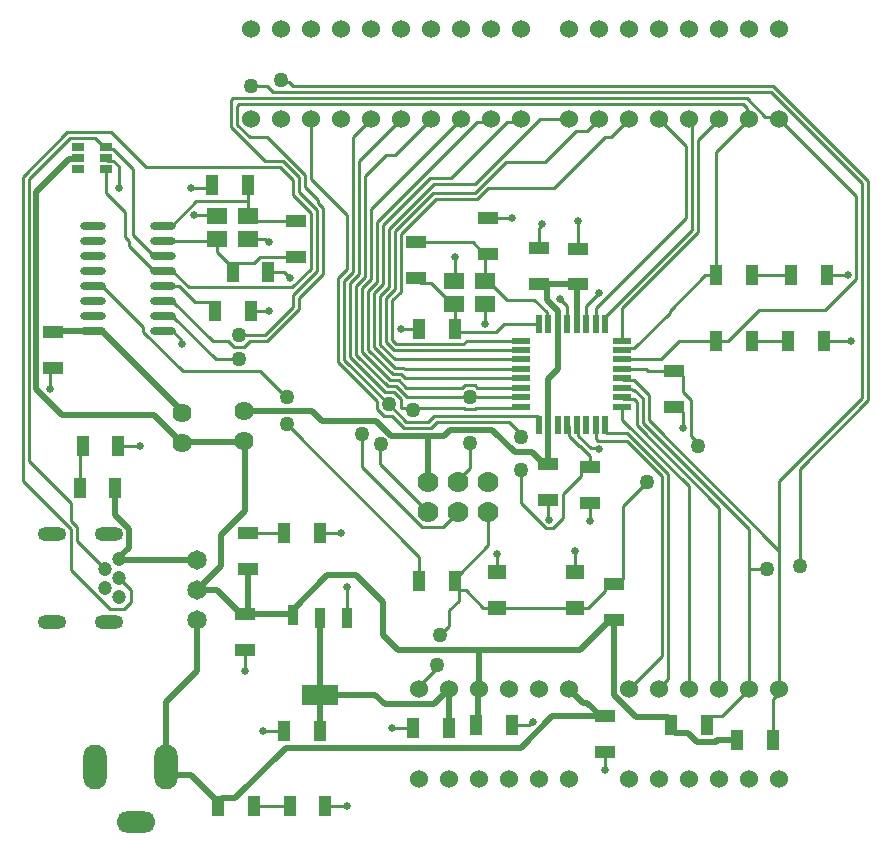
<source format=gtl>
G04*
G04 #@! TF.GenerationSoftware,Altium Limited,Altium Designer,23.9.2 (47)*
G04*
G04 Layer_Physical_Order=1*
G04 Layer_Color=255*
%FSLAX44Y44*%
%MOMM*%
G71*
G04*
G04 #@! TF.SameCoordinates,6B7264D5-F0A4-4F38-8353-537565517FE9*
G04*
G04*
G04 #@! TF.FilePolarity,Positive*
G04*
G01*
G75*
%ADD11C,0.5080*%
%ADD12C,0.2540*%
%ADD19R,1.1176X1.8034*%
%ADD20R,1.8034X1.1176*%
%ADD21R,1.5000X1.2000*%
%ADD22R,0.8382X1.7000*%
%ADD23R,3.0988X1.7000*%
%ADD24R,1.8000X1.4000*%
%ADD25R,0.5080X1.6500*%
%ADD26R,1.6500X0.5080*%
%ADD27O,2.2000X0.6096*%
%ADD28R,1.0000X0.7000*%
%ADD50C,1.7780*%
%ADD51C,1.5240*%
%ADD52C,1.6200*%
%ADD53C,1.6500*%
%ADD54O,2.4000X1.2000*%
%ADD55C,1.2000*%
%ADD56O,2.0000X3.8000*%
%ADD57O,3.3000X1.8000*%
%ADD58C,0.6350*%
%ADD59C,1.2700*%
D11*
X468620Y103886D02*
X509651D01*
X498229Y115308D02*
X509651Y103886D01*
X494292Y115308D02*
X498229D01*
X482600Y127000D02*
X494292Y115308D01*
X509651Y103886D02*
X513080D01*
X442077Y77343D02*
X468620Y103886D01*
X243260Y77343D02*
X442077D01*
X200334Y34417D02*
X243260Y77343D01*
X188722Y34417D02*
X200334D01*
X185674Y31369D02*
X188722Y34417D01*
X185674Y27940D02*
Y31369D01*
X405257Y97663D02*
Y125857D01*
X406400Y127000D01*
X404114Y96520D02*
X405257Y97663D01*
X406400Y160020D02*
X491617D01*
X337820D02*
X406400D01*
Y127000D02*
Y160020D01*
X491617D02*
X517271Y185674D01*
X520700D01*
X325211Y172629D02*
X337820Y160020D01*
X325211Y172629D02*
Y200569D01*
X208280Y190246D02*
X248360D01*
X381127Y96647D02*
Y126873D01*
Y96647D02*
X381254Y96520D01*
X381000Y127000D02*
X381127Y126873D01*
X569214Y93091D02*
X572262Y90043D01*
X583874D02*
X591494Y82423D01*
X606878D02*
X608275Y83820D01*
X569214Y93091D02*
Y96520D01*
X572262Y90043D02*
X583874D01*
X591494Y82423D02*
X606878D01*
X608275Y83820D02*
X625094D01*
X520700Y121740D02*
Y185674D01*
Y121740D02*
X539442Y102997D01*
X566166D01*
X569214Y99949D01*
Y96520D02*
Y99949D01*
X326867Y114300D02*
X368300D01*
X381000Y127000D01*
X271780Y122440D02*
X318727D01*
X326867Y114300D01*
X460756Y470027D02*
X490093D01*
X457327D02*
X460756D01*
X463677Y467106D01*
X490093Y470027D02*
X490220Y469900D01*
X457200Y470154D02*
X457327Y470027D01*
X302260Y223520D02*
X325211Y200569D01*
X277937Y223520D02*
X302260D01*
X248666Y194249D02*
X277937Y223520D01*
X248666Y189940D02*
Y194249D01*
X363220Y341630D02*
X376510D01*
X332394D02*
X363220D01*
Y302260D02*
Y341630D01*
X319694Y354330D02*
X332394Y341630D01*
X265458Y362585D02*
X273713Y354330D01*
X319694D01*
X417830Y346710D02*
X437062Y327478D01*
X381590Y346710D02*
X417830D01*
X376510Y341630D02*
X381590Y346710D01*
X207645Y362585D02*
X265458D01*
X437062Y327478D02*
X451159D01*
X461391Y317246D01*
X489204Y468884D02*
X490220Y469900D01*
X489204Y436500D02*
Y468884D01*
X461391Y317246D02*
X464820D01*
X465074Y345190D02*
Y350900D01*
X464820Y317246D02*
Y344936D01*
X465074Y345190D01*
Y350900D02*
Y389636D01*
X473202Y397764D02*
Y436500D01*
X465074Y389636D02*
X473202Y397764D01*
X463677Y456829D02*
Y467106D01*
X473202Y436500D02*
Y447304D01*
X463677Y456829D02*
X473202Y447304D01*
X31623Y380883D02*
X53361Y359145D01*
X31623Y380883D02*
Y547647D01*
X53361Y359145D02*
X131075D01*
X31623Y547647D02*
X59636Y575660D01*
X65820D01*
X66740Y576580D01*
X131075Y359145D02*
X154940Y335280D01*
X167640Y210820D02*
X184277D01*
X204851Y190246D01*
X208280D01*
X248360D02*
X248666Y189940D01*
X154940Y360680D02*
Y362769D01*
X79502Y430530D02*
X87179D01*
X154940Y362769D01*
X167640Y142771D02*
Y185420D01*
X141280Y116411D02*
X167640Y142771D01*
X141280Y60960D02*
Y116411D01*
X187989Y231169D02*
Y257784D01*
X208280Y278075D01*
X167640Y210820D02*
X187989Y231169D01*
X208280Y278075D02*
Y337820D01*
X207010Y336550D02*
X208280Y337820D01*
X156210Y336550D02*
X207010D01*
X154940Y335280D02*
X156210Y336550D01*
X79308Y430336D02*
X79502Y430530D01*
X45720Y429006D02*
X47050Y430336D01*
X79308D01*
X101918Y236780D02*
Y238653D01*
X109981Y246716D01*
Y262995D01*
X98552Y274424D02*
X109981Y262995D01*
X98552Y274424D02*
Y297180D01*
X210820Y192786D02*
Y228854D01*
X208280Y190246D02*
X210820Y192786D01*
X271780Y122440D02*
Y187440D01*
X271526Y91440D02*
Y122186D01*
X271780Y122440D01*
X102199Y236500D02*
X167360D01*
X101918Y236780D02*
X102199Y236500D01*
X167360D02*
X167640Y236220D01*
X162543Y54500D02*
X185674Y31369D01*
X141280Y60960D02*
X147740Y54500D01*
X162543D01*
D12*
X421640Y225840D02*
X421660Y225820D01*
X421640Y225840D02*
Y241300D01*
X512953Y211328D02*
X517271Y215646D01*
X520700D01*
X487660Y195820D02*
X498970D01*
X512953Y209803D01*
Y211328D01*
X421660Y195820D02*
X487660D01*
X389255Y211582D02*
Y223873D01*
Y211582D02*
X390144Y210693D01*
X385826Y215011D02*
X389255Y211582D01*
X390144Y210693D02*
X395350D01*
X410224Y195820D01*
X385826Y215011D02*
Y218440D01*
X410224Y195820D02*
X421660D01*
X487680Y225840D02*
Y243840D01*
X487660Y225820D02*
X487680Y225840D01*
X355854Y218440D02*
Y239141D01*
X381508Y193802D02*
X389255Y201549D01*
Y210185D01*
X513080Y58420D02*
Y73914D01*
X451089Y99060D02*
X452120D01*
X434086Y96520D02*
X448549D01*
X451089Y99060D01*
X332740Y93980D02*
X350774D01*
X381508Y180848D02*
Y193802D01*
X373380Y172720D02*
X381508Y180848D01*
X370840Y144780D02*
Y147320D01*
X355600Y129540D02*
X370840Y144780D01*
X355600Y127000D02*
Y129540D01*
X385580Y453080D02*
X385826Y452834D01*
Y431800D02*
Y452834D01*
X340360Y431800D02*
X355854D01*
X414020Y525780D02*
X434340D01*
X294640Y187694D02*
Y213360D01*
Y187694D02*
X294894Y187440D01*
X307340Y314779D02*
X357960Y264160D01*
X307340Y314779D02*
Y342900D01*
X375920Y264160D02*
X388620Y276860D01*
X357960Y264160D02*
X375920D01*
X322580Y333431D02*
X323504Y334356D01*
X322580Y317500D02*
Y333431D01*
X329982Y368082D02*
X345004Y353060D01*
X292100Y405964D02*
X329982Y368082D01*
X319822Y363874D02*
X325774Y357922D01*
X319822Y363874D02*
Y371058D01*
X325774Y357922D02*
X332958D01*
X342607Y398562D02*
X342915Y398254D01*
X442340D01*
X340503Y393482D02*
X343859Y390126D01*
X338399Y388402D02*
X344549Y382252D01*
X307340Y412277D02*
X331215Y388402D01*
X332958Y357922D02*
X342900Y347980D01*
X344549Y382252D02*
X392540D01*
X334190Y378242D02*
X340142Y372290D01*
Y365198D02*
X340360Y364980D01*
X331215Y388402D02*
X338399D01*
X312420Y414381D02*
X333319Y393482D01*
X297180Y408068D02*
X327006Y378242D01*
X317500Y416485D02*
X335423Y398562D01*
X340142Y365198D02*
Y372290D01*
X336295Y383322D02*
X345493Y374124D01*
X327006Y378242D02*
X334190D01*
X329110Y383322D02*
X336295D01*
X287020Y403860D02*
X319822Y371058D01*
X302260Y410173D02*
X329110Y383322D01*
X343859Y390126D02*
X442340D01*
X345493Y374124D02*
X442340D01*
X333319Y393482D02*
X340503D01*
X335423Y398562D02*
X342607D01*
X342900Y347980D02*
X365760D01*
X287020Y403860D02*
Y474980D01*
X414020Y248638D02*
Y276860D01*
X389255Y223873D02*
X414020Y248638D01*
X388620Y303789D02*
X398780Y313948D01*
X388620Y302260D02*
Y303789D01*
X398780Y313948D02*
Y335280D01*
X402988Y363964D02*
X404004Y364980D01*
X394572Y384284D02*
X402988D01*
X394572Y363964D02*
X402988D01*
X393556Y364980D02*
X394572Y363964D01*
X405020Y382252D02*
X442340D01*
X402988Y384284D02*
X405020Y382252D01*
X392540D02*
X394572Y384284D01*
X404004Y364980D02*
X441070D01*
X352280D02*
X393556D01*
X345004Y353060D02*
X363656D01*
X368736Y358140D01*
X365760Y347980D02*
X370840Y353060D01*
X431800D02*
X441960Y342900D01*
X370840Y353060D02*
X431800D01*
X433904Y358140D02*
X434164Y357880D01*
X368736Y358140D02*
X433904D01*
X441070Y364980D02*
X442340Y366250D01*
X350520Y363220D02*
X352280Y364980D01*
X441960Y340360D02*
Y342900D01*
X340360Y364980D02*
X348760D01*
X350520Y363220D01*
X434164Y357880D02*
X455930D01*
X457200Y350900D02*
Y356610D01*
X455930Y357880D02*
X457200Y356610D01*
X292100Y405964D02*
Y472876D01*
X336565Y418973D02*
X392992D01*
X335041Y406128D02*
X442340D01*
X307340Y412277D02*
Y466563D01*
X317500Y416485D02*
Y462355D01*
X322580Y418589D02*
Y460251D01*
X327660Y420694D02*
Y458147D01*
Y420694D02*
X334460Y413893D01*
X332740Y422798D02*
Y456042D01*
X322580Y418589D02*
X335041Y406128D01*
X334460Y413893D02*
X395096D01*
X297180Y408068D02*
Y470772D01*
X312420Y414381D02*
Y464459D01*
X332740Y422798D02*
X336565Y418973D01*
X302260Y410173D02*
Y468667D01*
X322580Y317500D02*
X363220Y276860D01*
X441960Y284762D02*
X463183Y263539D01*
X441960Y284762D02*
Y312420D01*
X463183Y263539D02*
X468969D01*
X466076Y270524D02*
Y271555D01*
X468969Y263539D02*
X477647Y272216D01*
X464820Y272811D02*
X466076Y271555D01*
X477647Y272216D02*
Y291973D01*
X492923Y307249D01*
X464820Y272811D02*
Y287274D01*
X492923Y310388D02*
X497241Y314706D01*
X500380D01*
X492923Y307249D02*
Y310388D01*
X474980Y457200D02*
X481076Y451104D01*
Y436500D02*
Y451104D01*
X314960Y533400D02*
X391160Y609600D01*
X314960Y525780D02*
Y533400D01*
X314833Y474056D02*
Y525653D01*
X314960Y525780D01*
X319913Y471952D02*
Y522188D01*
X324993Y469848D02*
Y520084D01*
X364680Y559771D01*
X382896D01*
X319913Y522188D02*
X405130Y607406D01*
X414366D01*
X340233Y463535D02*
Y512372D01*
X367811Y547135D02*
X402843D01*
X330073Y467744D02*
Y516581D01*
X368184Y554691D01*
X335153Y514476D02*
X367811Y547135D01*
X340233Y512372D02*
X369915Y542054D01*
X368184Y554691D02*
X403215D01*
X369915Y542054D02*
X405176D01*
X335153Y465639D02*
Y514476D01*
X497078Y451358D02*
X508000Y462280D01*
X497078Y436500D02*
Y451358D01*
X505206Y449608D02*
X581660Y526062D01*
X505206Y436500D02*
Y449608D01*
X490220Y499872D02*
Y523240D01*
X459740Y519669D02*
Y520700D01*
X457200Y500126D02*
Y517129D01*
X459740Y519669D01*
X655809Y637540D02*
X735965Y557384D01*
X248920Y637540D02*
X655809D01*
X245784Y640676D02*
X248920Y637540D01*
X238760Y642620D02*
X240704Y640676D01*
X245784D01*
X658205Y611795D02*
X660400Y609600D01*
X633268Y611332D02*
X635000Y609600D01*
X201930Y620812D02*
X203418Y622300D01*
X648970Y611795D02*
X658205D01*
X196850Y625892D02*
X198338Y627380D01*
X633385D01*
X660400Y609600D02*
X725805Y544195D01*
X633385Y627380D02*
X648970Y611795D01*
X226964Y637610D02*
X232114Y632460D01*
X203418Y622300D02*
X629920D01*
X653705Y632460D02*
X730885Y555280D01*
X232114Y632460D02*
X653705D01*
X629920Y622300D02*
X633268Y618952D01*
Y611332D02*
Y618952D01*
X730885Y373610D02*
Y555280D01*
X213360Y637610D02*
X226964D01*
X196850Y602761D02*
Y625892D01*
X201930Y604865D02*
Y620812D01*
X212218Y594578D02*
X226930D01*
X201930Y604865D02*
X212218Y594578D01*
X226930D02*
X259080Y562427D01*
X635000Y228600D02*
Y262417D01*
Y127000D02*
Y228600D01*
X735965Y371506D02*
Y557384D01*
X678180Y231140D02*
Y313721D01*
X735965Y371506D01*
X701040Y477520D02*
X718820D01*
X660400Y303125D02*
X730885Y373610D01*
X698246Y421640D02*
X721360D01*
X725805Y474627D02*
Y544195D01*
X699312Y448133D02*
X725805Y474627D01*
X660400Y244201D02*
Y303125D01*
X635000Y228600D02*
X650240D01*
X225571Y574040D02*
X240283D01*
X254000Y560323D01*
X196850Y602761D02*
X225571Y574040D01*
X660400Y127000D02*
Y244201D01*
X500380Y269240D02*
Y284734D01*
X248511Y467233D02*
X264287Y483009D01*
X248920Y460457D02*
X269367Y480905D01*
Y532256D01*
X270356Y538452D02*
Y540793D01*
X254000Y547623D02*
X269367Y532256D01*
X274447Y478800D02*
Y534361D01*
X270356Y538452D02*
X274447Y534361D01*
X248920Y545519D02*
X264287Y530152D01*
X259080Y552069D02*
X270356Y540793D01*
X264287Y483009D02*
Y530152D01*
X264160Y558624D02*
X294513Y528270D01*
X264160Y558624D02*
Y609600D01*
X294513Y482473D02*
Y528270D01*
X304673Y573913D02*
X340360Y609600D01*
X299593Y594233D02*
X314960Y609600D01*
X309753Y561213D02*
X327715Y579175D01*
X317500Y462355D02*
X324993Y469848D01*
X307340Y466563D02*
X314833Y474056D01*
X287020Y474980D02*
X294513Y482473D01*
X297180Y470772D02*
X304673Y478265D01*
X302260Y468667D02*
X309753Y476160D01*
X322580Y460251D02*
X330073Y467744D01*
X312420Y464459D02*
X319913Y471952D01*
X292100Y472876D02*
X299593Y480369D01*
X332740Y456042D02*
X340233Y463535D01*
X327660Y458147D02*
X332740Y463227D01*
X335153Y465639D01*
X299593Y480369D02*
Y594233D01*
X304673Y478265D02*
Y573913D01*
X309753Y476160D02*
Y561213D01*
X428996Y573287D02*
X462452D01*
X402843Y547135D02*
X428996Y573287D01*
X403215Y554691D02*
X458125Y609600D01*
X482600D01*
X382896Y559771D02*
X430530Y607406D01*
X439766D02*
X441960Y609600D01*
X430530Y607406D02*
X439766D01*
X254000Y448493D02*
Y458353D01*
X248920Y545519D02*
Y558219D01*
X225043Y426720D02*
X248920Y450597D01*
X259080Y552069D02*
Y562427D01*
X227148Y421640D02*
X254000Y448493D01*
Y547623D02*
Y560323D01*
X248920Y450597D02*
Y460457D01*
X160987Y467233D02*
X248511D01*
X254000Y458353D02*
X274447Y478800D01*
X238179Y568960D02*
X248920Y558219D01*
X527940Y449886D02*
X591820Y513766D01*
Y591820D01*
X609600Y609600D01*
X527940Y422130D02*
Y449886D01*
X581660Y526062D02*
Y586740D01*
X558800Y609600D02*
X581660Y586740D01*
X584200Y606163D02*
Y609600D01*
X586740Y515870D02*
Y603623D01*
X584200Y606163D02*
X586740Y603623D01*
X513080Y436500D02*
Y442210D01*
X586740Y515870D01*
X513080Y594360D02*
X518160D01*
X533400Y609600D01*
X469927Y551207D02*
X513080Y594360D01*
X488605Y599440D02*
X497840D01*
X414329Y551207D02*
X469927D01*
X462452Y573287D02*
X488605Y599440D01*
X405176Y542054D02*
X414329Y551207D01*
X395096Y413893D02*
X395459Y414256D01*
X392992Y418973D02*
X396149Y422130D01*
X497840Y599440D02*
X508000Y609600D01*
X396149Y422130D02*
X442340D01*
X395459Y414256D02*
X442340D01*
X420687Y429260D02*
X427927Y436500D01*
X388366Y429260D02*
X420687D01*
X411480Y436245D02*
Y452580D01*
X385826Y431800D02*
X388366Y429260D01*
X215694Y522986D02*
X251460D01*
X211320Y527360D02*
X215694Y522986D01*
X221053Y493014D02*
X251460D01*
X212488Y421640D02*
X227148D01*
X198992Y416560D02*
X207408D01*
X203200Y426720D02*
X225043D01*
X207408Y416560D02*
X212488Y421640D01*
X193912D02*
X198992Y416560D01*
X427927Y436500D02*
X457200D01*
X463804Y437770D02*
X465074Y436500D01*
X463804Y437770D02*
Y446074D01*
X453339Y456539D02*
X463804Y446074D01*
X429921Y456539D02*
X453339D01*
X411980Y472480D02*
X413980D01*
X429921Y456539D01*
X410591Y495808D02*
X412305D01*
X411980Y472480D02*
Y495482D01*
X412305Y495808D01*
X353060Y505206D02*
X401193D01*
X410591Y495808D01*
X365744Y470916D02*
X383580Y453080D01*
X357378Y470916D02*
X365744D01*
X383580Y453080D02*
X385580D01*
X353060Y475234D02*
X357378Y470916D01*
X414366Y607406D02*
X416560Y609600D01*
X241300Y480060D02*
X246380Y474980D01*
X228092Y480060D02*
X241300D01*
X327715Y579175D02*
X335335D01*
X365760Y609600D01*
X586105Y341204D02*
Y371402D01*
Y341204D02*
X591820Y335489D01*
Y332740D02*
Y335489D01*
X528447Y282067D02*
X548640Y302260D01*
X528447Y219964D02*
Y282067D01*
X527940Y355108D02*
X584200Y298848D01*
X545080Y352337D02*
Y373162D01*
X531944Y343920D02*
X566420Y309444D01*
X609600Y127000D02*
Y280633D01*
X550160Y354441D02*
X660400Y244201D01*
X550160Y354441D02*
Y376210D01*
X566420Y135544D02*
Y309444D01*
X545080Y352337D02*
X635000Y262417D01*
X540000Y350233D02*
Y370368D01*
X561340Y154940D02*
Y307340D01*
X584200Y127000D02*
Y298848D01*
X531495Y337185D02*
X561340Y307340D01*
X506861Y337185D02*
X531495D01*
X527940Y355108D02*
Y366250D01*
X540000Y350233D02*
X609600Y280633D01*
X514350Y343920D02*
X531944D01*
X558800Y127000D02*
Y127924D01*
X579247Y378260D02*
X586105Y371402D01*
X558800Y127924D02*
X566420Y135544D01*
X524129Y215646D02*
X528447Y219964D01*
X520700Y215646D02*
X524129D01*
X579247Y378260D02*
Y391668D01*
X571500Y395986D02*
X574929D01*
X579247Y391668D01*
X513080Y345190D02*
X514350Y343920D01*
X533400Y127000D02*
X561340Y154940D01*
X491084Y332842D02*
X491642D01*
X490474Y341326D02*
X501015Y330785D01*
X500380Y314706D02*
Y324104D01*
X505206Y338840D02*
X506861Y337185D01*
X501015Y330785D02*
X507415D01*
X508000Y330200D01*
X491642Y332842D02*
X500380Y324104D01*
X529210Y380982D02*
X535900D01*
X536408Y380474D02*
X537768D01*
X545080Y373162D01*
X535900Y380982D02*
X536408Y380474D01*
X537514Y372854D02*
X540000Y370368D01*
X529210Y372854D02*
X537514D01*
X574802Y366014D02*
X579120Y361696D01*
Y347980D02*
Y361696D01*
X571500Y366014D02*
X574802D01*
X536408Y388602D02*
X537768D01*
X529210Y388856D02*
X536154D01*
X536408Y388602D01*
X537768D02*
X550160Y376210D01*
X527940Y390126D02*
X529210Y388856D01*
X527940Y382252D02*
X529210Y380982D01*
X527940Y374124D02*
X529210Y372854D01*
X513080Y345190D02*
Y350900D01*
X505206Y338840D02*
Y350900D01*
X243840Y351155D02*
X355854Y239141D01*
X220980Y396240D02*
X243205Y374015D01*
X243840D01*
X155577Y396240D02*
X220980D01*
X122264Y429554D02*
X155577Y396240D01*
X122264Y429554D02*
Y433820D01*
X79502Y468630D02*
X87454D01*
X122264Y433820D01*
X183720Y406400D02*
X203200D01*
X138938Y443230D02*
X146890D01*
X183720Y406400D01*
X181180Y421640D02*
X193912D01*
X146890Y455930D02*
X181180Y421640D01*
X124460Y568960D02*
X238179D01*
X138938Y455930D02*
X146890D01*
Y481330D02*
X160987Y467233D01*
X94950Y598470D02*
X124460Y568960D01*
X58058Y598470D02*
X94950D01*
X20193Y560605D02*
X58058Y598470D01*
X607314Y477520D02*
Y581914D01*
X635000Y609600D01*
X643786Y448133D02*
X699312D01*
X617293Y421640D02*
X643786Y448133D01*
X607314Y421640D02*
X617293D01*
X637286D02*
X668274D01*
X637286Y477520D02*
X671068D01*
X529210Y415526D02*
X537514D01*
X527940Y414256D02*
X529210Y415526D01*
X597916Y477520D02*
X607314D01*
X567842Y447446D02*
X597916Y477520D01*
X567842Y445854D02*
Y447446D01*
X537514Y415526D02*
X567842Y445854D01*
X527940Y406128D02*
X560567D01*
X576079Y421640D02*
X607314D01*
X560567Y406128D02*
X576079Y421640D01*
X527940Y398254D02*
X547567D01*
X549836Y395986D02*
X571500D01*
X547567Y398254D02*
X549836Y395986D01*
X490474Y341326D02*
Y349630D01*
X489204Y350900D02*
X490474Y349630D01*
X482346Y341580D02*
Y349630D01*
X481076Y350900D02*
X482346Y349630D01*
Y341580D02*
X491084Y332842D01*
X411480Y452580D02*
X411980Y453080D01*
X386080Y472980D02*
Y492760D01*
X385580Y472480D02*
X386080Y472980D01*
X152406Y468630D02*
X166249Y454787D01*
X183134Y447040D02*
Y450469D01*
X138938Y468630D02*
X152406D01*
X166249Y454787D02*
X178816D01*
X183134Y450469D01*
X20193Y303261D02*
Y560605D01*
Y303261D02*
X61212Y262243D01*
Y227579D02*
Y262243D01*
X93819Y194971D02*
X105982D01*
X61212Y227579D02*
X93819Y194971D01*
X111728Y200718D02*
Y210971D01*
X105982Y194971D02*
X111728Y200718D01*
X101918Y220781D02*
X111728Y210971D01*
X66291Y252372D02*
X89881Y228782D01*
X138938Y481330D02*
X146890D01*
X61212Y269427D02*
Y284555D01*
X66291Y252372D02*
Y264347D01*
X61212Y269427D02*
X66291Y264347D01*
X25273Y320494D02*
Y558501D01*
X60162Y593390D01*
X81555D01*
X25273Y320494D02*
X61212Y284555D01*
X43180Y381000D02*
Y396494D01*
X88865Y586080D02*
X90365D01*
X81555Y593390D02*
X88865Y586080D01*
X106680Y509903D02*
X110335Y506247D01*
X90365Y547175D02*
Y567080D01*
X106680Y509903D02*
Y530860D01*
X90365Y547175D02*
X106680Y530860D01*
X113624Y511392D02*
Y567209D01*
X96943Y583890D02*
X113624Y567209D01*
Y511392D02*
X130986Y494030D01*
X110335Y501981D02*
Y506247D01*
X178054Y551180D02*
X180594Y553720D01*
X162560Y551180D02*
X178054D01*
X101600D02*
Y569733D01*
X90365Y576580D02*
X92555Y574390D01*
X96943D01*
X101600Y569733D01*
X130986Y494030D02*
X138938D01*
X92555Y583890D02*
X96943D01*
X90365Y586080D02*
X92555Y583890D01*
X110335Y501981D02*
X130986Y481330D01*
X138938D01*
X154211Y419829D02*
Y423209D01*
X138938Y430530D02*
X146890D01*
X154211Y423209D01*
Y419829D02*
X154940Y419100D01*
X43180Y396494D02*
X45720Y399034D01*
X202438Y487807D02*
X215846D01*
X221053Y493014D01*
X198120Y480060D02*
Y483489D01*
X202438Y487807D01*
X183690Y506730D02*
X184920Y507960D01*
X138938Y506730D02*
X183690D01*
X184920Y496689D02*
Y507960D01*
Y496689D02*
X198120Y483489D01*
X213106Y447040D02*
X228600D01*
X227569Y505460D02*
X228600D01*
X211320Y507960D02*
X225069D01*
X227569Y505460D01*
X211320Y540163D02*
Y552966D01*
Y527360D02*
Y540163D01*
X146332Y519430D02*
X167065Y540163D01*
X138938Y519430D02*
X146332D01*
X167065Y540163D02*
X211320D01*
X210566Y553720D02*
X211320Y552966D01*
X165100Y528320D02*
X183960D01*
X184920Y527360D01*
X101092Y332740D02*
X119380D01*
X68580Y330200D02*
X71120Y332740D01*
X68580Y297180D02*
Y330200D01*
X271780Y259080D02*
X289560D01*
X241554Y258826D02*
X241808Y259080D01*
X210820Y258826D02*
X241554D01*
X655066Y83820D02*
Y118229D01*
X660400Y123563D01*
Y127000D01*
X599186Y99949D02*
X603504Y104267D01*
X612267D02*
X635000Y127000D01*
X599186Y96520D02*
Y99949D01*
X603504Y104267D02*
X612267D01*
X208280Y142240D02*
Y160274D01*
X223520Y91440D02*
X241554D01*
X276352Y27940D02*
X294640D01*
X215646D02*
X246380D01*
D19*
X271780Y259080D02*
D03*
X241808D02*
D03*
X355854Y218440D02*
D03*
X385826D02*
D03*
X404114Y96520D02*
D03*
X434086D02*
D03*
X380746Y93980D02*
D03*
X350774D02*
D03*
X599186Y96520D02*
D03*
X569214D02*
D03*
X655066Y83820D02*
D03*
X625094D02*
D03*
X698246Y421640D02*
D03*
X668274D02*
D03*
X701040Y477520D02*
D03*
X671068D02*
D03*
X637286Y421640D02*
D03*
X607314D02*
D03*
X637286Y477520D02*
D03*
X607314D02*
D03*
X213106Y447040D02*
D03*
X183134D02*
D03*
X228092Y480060D02*
D03*
X198120D02*
D03*
X180594Y553720D02*
D03*
X210566D02*
D03*
X101092Y332740D02*
D03*
X71120D02*
D03*
X241554Y91440D02*
D03*
X271526D02*
D03*
X276352Y27940D02*
D03*
X246380D02*
D03*
X215646D02*
D03*
X185674D02*
D03*
X68580Y297180D02*
D03*
X98552D02*
D03*
X385826Y431800D02*
D03*
X355854D02*
D03*
D20*
X513080Y73914D02*
D03*
Y103886D02*
D03*
X500380Y284734D02*
D03*
Y314706D02*
D03*
X464820Y317246D02*
D03*
Y287274D02*
D03*
X571500Y395986D02*
D03*
Y366014D02*
D03*
X490220Y469900D02*
D03*
Y499872D02*
D03*
X457200Y470154D02*
D03*
Y500126D02*
D03*
X414020Y495808D02*
D03*
Y525780D02*
D03*
X353060Y475234D02*
D03*
Y505206D02*
D03*
X251460Y522986D02*
D03*
Y493014D02*
D03*
X45720Y429006D02*
D03*
Y399034D02*
D03*
X208280Y160274D02*
D03*
Y190246D02*
D03*
X210820Y258826D02*
D03*
Y228854D02*
D03*
X520700Y185674D02*
D03*
Y215646D02*
D03*
D21*
X487660Y225820D02*
D03*
X421660Y195820D02*
D03*
Y225820D02*
D03*
X487660Y195820D02*
D03*
D22*
X248666Y189940D02*
D03*
X271780Y187440D02*
D03*
X294894D02*
D03*
D23*
X271780Y122440D02*
D03*
D24*
X211320Y507960D02*
D03*
X184920Y527360D02*
D03*
X211320D02*
D03*
X184920Y507960D02*
D03*
X385580Y472480D02*
D03*
X411980Y453080D02*
D03*
X385580D02*
D03*
X411980Y472480D02*
D03*
D25*
X513080Y350900D02*
D03*
X505206D02*
D03*
X497078D02*
D03*
X489204D02*
D03*
X481076D02*
D03*
X473202D02*
D03*
X465074D02*
D03*
X457200D02*
D03*
Y436500D02*
D03*
X465074D02*
D03*
X473202D02*
D03*
X481076D02*
D03*
X489204D02*
D03*
X497078D02*
D03*
X505206D02*
D03*
X513080D02*
D03*
D26*
X527940Y422130D02*
D03*
Y414256D02*
D03*
Y406128D02*
D03*
Y398254D02*
D03*
Y390126D02*
D03*
Y382252D02*
D03*
Y374124D02*
D03*
Y366250D02*
D03*
X442340D02*
D03*
Y374124D02*
D03*
Y382252D02*
D03*
Y390126D02*
D03*
Y398254D02*
D03*
Y406128D02*
D03*
Y414256D02*
D03*
Y422130D02*
D03*
D27*
X138938Y430530D02*
D03*
Y443230D02*
D03*
Y455930D02*
D03*
Y468630D02*
D03*
Y481330D02*
D03*
Y494030D02*
D03*
Y506730D02*
D03*
Y519430D02*
D03*
X79502D02*
D03*
Y506730D02*
D03*
Y494030D02*
D03*
Y481330D02*
D03*
Y468630D02*
D03*
Y455930D02*
D03*
Y443230D02*
D03*
Y430530D02*
D03*
D28*
X90365Y567080D02*
D03*
Y576580D02*
D03*
Y586080D02*
D03*
X66740D02*
D03*
Y576580D02*
D03*
Y567080D02*
D03*
D50*
X414020Y302260D02*
D03*
Y276860D02*
D03*
X388620Y302260D02*
D03*
Y276860D02*
D03*
X363220Y302260D02*
D03*
Y276860D02*
D03*
D51*
X558800Y127000D02*
D03*
X533400D02*
D03*
X584200D02*
D03*
X609600D02*
D03*
X635000D02*
D03*
X660400D02*
D03*
Y609600D02*
D03*
X635000D02*
D03*
X609600D02*
D03*
X584200D02*
D03*
X558800D02*
D03*
X533400D02*
D03*
X508000D02*
D03*
X482600D02*
D03*
Y685800D02*
D03*
X508000D02*
D03*
X533400D02*
D03*
X558800D02*
D03*
X584200D02*
D03*
X609600D02*
D03*
X635000D02*
D03*
X660400D02*
D03*
X213360D02*
D03*
X238760D02*
D03*
X264160D02*
D03*
X289560D02*
D03*
X314960D02*
D03*
X340360D02*
D03*
X365760D02*
D03*
X391160D02*
D03*
X416560D02*
D03*
X441960D02*
D03*
X213360Y609600D02*
D03*
X238760D02*
D03*
X264160D02*
D03*
X289560D02*
D03*
X314960D02*
D03*
X340360D02*
D03*
X365760D02*
D03*
X391160D02*
D03*
X416560D02*
D03*
X441960D02*
D03*
X457200Y127000D02*
D03*
X482600D02*
D03*
X431800D02*
D03*
X406400D02*
D03*
X381000D02*
D03*
X355600D02*
D03*
X558800Y50800D02*
D03*
X533400D02*
D03*
X584200D02*
D03*
X609600D02*
D03*
X635000D02*
D03*
X660400D02*
D03*
X381000D02*
D03*
X355600D02*
D03*
X406400D02*
D03*
X431800D02*
D03*
X457200D02*
D03*
X482600D02*
D03*
D52*
X207645Y337185D02*
D03*
Y362585D02*
D03*
X154940Y335280D02*
D03*
Y360680D02*
D03*
D53*
X167640Y185420D02*
D03*
Y210820D02*
D03*
Y236220D02*
D03*
D54*
X45402Y183780D02*
D03*
X92901D02*
D03*
Y258180D02*
D03*
X45402D02*
D03*
D55*
X101918Y236780D02*
D03*
X89881Y228782D02*
D03*
Y212782D02*
D03*
X101918Y220781D02*
D03*
Y204781D02*
D03*
D56*
X141280Y60960D02*
D03*
X81280D02*
D03*
D57*
X116280Y14460D02*
D03*
D58*
X421640Y241300D02*
D03*
X487680Y243840D02*
D03*
X513080Y58420D02*
D03*
X332740Y93980D02*
D03*
X452120Y99060D02*
D03*
X340360Y431800D02*
D03*
X434340Y525780D02*
D03*
X294640Y213360D02*
D03*
X466076Y270524D02*
D03*
X718820Y477520D02*
D03*
X721360Y421640D02*
D03*
X411480Y436245D02*
D03*
X246380Y474980D02*
D03*
X508000Y330200D02*
D03*
X579120Y347980D02*
D03*
X474980Y457200D02*
D03*
X43180Y381000D02*
D03*
X101600Y551180D02*
D03*
X154940Y419100D02*
D03*
X508000Y462280D02*
D03*
X228600Y447040D02*
D03*
X208280Y142240D02*
D03*
X289560Y259080D02*
D03*
X119380Y332740D02*
D03*
X162560Y551180D02*
D03*
X165100Y528320D02*
D03*
X228600Y505460D02*
D03*
X386080Y492760D02*
D03*
X459740Y520700D02*
D03*
X490220Y523240D02*
D03*
X500380Y269240D02*
D03*
X223520Y91440D02*
D03*
X294640Y27940D02*
D03*
D59*
X373380Y172720D02*
D03*
X370840Y147320D02*
D03*
X307340Y342900D02*
D03*
X323504Y334356D02*
D03*
X329982Y368082D02*
D03*
X398780Y335280D02*
D03*
Y374124D02*
D03*
X441960Y340360D02*
D03*
X350520Y363220D02*
D03*
X441960Y312420D02*
D03*
X238760Y642620D02*
D03*
X213360Y637610D02*
D03*
X678180Y231140D02*
D03*
X650240Y228600D02*
D03*
X591820Y332740D02*
D03*
X548640Y302260D02*
D03*
X243840Y351155D02*
D03*
Y374015D02*
D03*
X203200Y406400D02*
D03*
Y426720D02*
D03*
M02*

</source>
